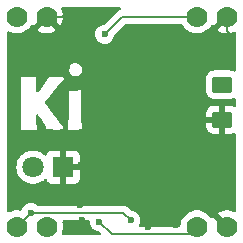
<source format=gbr>
%TF.GenerationSoftware,KiCad,Pcbnew,8.0.5*%
%TF.CreationDate,2024-09-21T22:48:15-06:00*%
%TF.ProjectId,KiCad_MiniBadge_Learning,4b694361-645f-44d6-996e-694261646765,rev?*%
%TF.SameCoordinates,Original*%
%TF.FileFunction,Copper,L1,Top*%
%TF.FilePolarity,Positive*%
%FSLAX46Y46*%
G04 Gerber Fmt 4.6, Leading zero omitted, Abs format (unit mm)*
G04 Created by KiCad (PCBNEW 8.0.5) date 2024-09-21 22:48:15*
%MOMM*%
%LPD*%
G01*
G04 APERTURE LIST*
G04 Aperture macros list*
%AMRoundRect*
0 Rectangle with rounded corners*
0 $1 Rounding radius*
0 $2 $3 $4 $5 $6 $7 $8 $9 X,Y pos of 4 corners*
0 Add a 4 corners polygon primitive as box body*
4,1,4,$2,$3,$4,$5,$6,$7,$8,$9,$2,$3,0*
0 Add four circle primitives for the rounded corners*
1,1,$1+$1,$2,$3*
1,1,$1+$1,$4,$5*
1,1,$1+$1,$6,$7*
1,1,$1+$1,$8,$9*
0 Add four rect primitives between the rounded corners*
20,1,$1+$1,$2,$3,$4,$5,0*
20,1,$1+$1,$4,$5,$6,$7,0*
20,1,$1+$1,$6,$7,$8,$9,0*
20,1,$1+$1,$8,$9,$2,$3,0*%
G04 Aperture macros list end*
%TA.AperFunction,ComponentPad*%
%ADD10C,1.778000*%
%TD*%
%TA.AperFunction,ComponentPad*%
%ADD11R,1.800000X1.800000*%
%TD*%
%TA.AperFunction,ComponentPad*%
%ADD12C,1.800000*%
%TD*%
%TA.AperFunction,SMDPad,CuDef*%
%ADD13RoundRect,0.250001X0.624999X-0.462499X0.624999X0.462499X-0.624999X0.462499X-0.624999X-0.462499X0*%
%TD*%
%TA.AperFunction,ViaPad*%
%ADD14C,0.600000*%
%TD*%
%TA.AperFunction,Conductor*%
%ADD15C,0.200000*%
%TD*%
G04 APERTURE END LIST*
D10*
%TO.P,U1,1,+VBATT*%
%TO.N,V_BATT*%
X140465000Y-88605000D03*
%TO.P,U1,2,GND*%
%TO.N,GND*%
X143005000Y-88605000D03*
%TO.P,U1,7,+3v3*%
%TO.N,+3.3V*%
X155705000Y-88605000D03*
%TO.P,U1,8,GND*%
%TO.N,GND*%
X158245000Y-88605000D03*
%TO.P,U1,9,CLK*%
%TO.N,CLK*%
X140465000Y-106385000D03*
%TO.P,U1,10,NC*%
%TO.N,unconnected-(U1-NC-Pad10)*%
X143005000Y-106385000D03*
%TO.P,U1,15,+3v3*%
%TO.N,+3.3V*%
X155705000Y-106385000D03*
%TO.P,U1,16,GND*%
%TO.N,GND*%
X158245000Y-106385000D03*
%TD*%
D11*
%TO.P,D2,1,K*%
%TO.N,GND*%
X144375001Y-101350001D03*
D12*
%TO.P,D2,2,A*%
%TO.N,Net-(D2-A)*%
X141834998Y-101350000D03*
%TD*%
D13*
%TO.P,D1,1,K*%
%TO.N,GND*%
X157849999Y-97337500D03*
%TO.P,D1,2,A*%
%TO.N,Net-(D1-A)*%
X157850001Y-94362500D03*
%TD*%
D14*
%TO.N,GND*%
X151550000Y-106400000D03*
X144900000Y-106650000D03*
X146450000Y-88850000D03*
X145900000Y-101200000D03*
X144700000Y-88150000D03*
X140750000Y-91400000D03*
X140700000Y-102850000D03*
X157300000Y-92150000D03*
X157100000Y-105200000D03*
X149700000Y-103100000D03*
X142850000Y-102900000D03*
X153950000Y-89700000D03*
X140700000Y-99900000D03*
X141800000Y-89650000D03*
X153900000Y-106250000D03*
X145800000Y-104550000D03*
X145950000Y-105800000D03*
X158750000Y-103600000D03*
X158700000Y-90300000D03*
X157050000Y-90100000D03*
X151450000Y-93950000D03*
%TO.N,Net-(D1-A)*%
X157900000Y-94550000D03*
%TO.N,CLK*%
X141650000Y-105200000D03*
X150100000Y-105850000D03*
%TO.N,+3.3V*%
X147900000Y-90100000D03*
X147450000Y-105950000D03*
%TD*%
D15*
%TO.N,GND*%
X143005000Y-88605000D02*
X144245000Y-88605000D01*
X158245000Y-88605000D02*
X158245000Y-89845000D01*
X158245000Y-89845000D02*
X158700000Y-90300000D01*
X144245000Y-88605000D02*
X144700000Y-88150000D01*
%TO.N,CLK*%
X141654000Y-105196000D02*
X141650000Y-105200000D01*
X149446000Y-105196000D02*
X141654000Y-105196000D01*
X141650000Y-105200000D02*
X140465000Y-106385000D01*
X150100000Y-105850000D02*
X149446000Y-105196000D01*
%TO.N,+3.3V*%
X149395000Y-88605000D02*
X155705000Y-88605000D01*
X155068704Y-107021296D02*
X155705000Y-106385000D01*
X147900000Y-90100000D02*
X149395000Y-88605000D01*
X148521296Y-107021296D02*
X155068704Y-107021296D01*
X147450000Y-105950000D02*
X148521296Y-107021296D01*
%TD*%
%TA.AperFunction,Conductor*%
%TO.N,GND*%
G36*
X146590013Y-105816185D02*
G01*
X146635768Y-105868989D01*
X146646194Y-105934383D01*
X146644435Y-105949995D01*
X146644435Y-105950003D01*
X146664630Y-106129249D01*
X146664631Y-106129254D01*
X146724211Y-106299523D01*
X146805149Y-106428334D01*
X146820184Y-106452262D01*
X146947738Y-106579816D01*
X147100478Y-106675789D01*
X147270745Y-106735368D01*
X147357669Y-106745161D01*
X147422080Y-106772226D01*
X147431465Y-106780700D01*
X147559710Y-106908945D01*
X147593195Y-106970268D01*
X147588211Y-107039960D01*
X147546339Y-107095893D01*
X147480875Y-107120310D01*
X147472009Y-107120626D01*
X144389614Y-107120130D01*
X144322578Y-107100435D01*
X144276831Y-107047623D01*
X144266899Y-106978463D01*
X144276075Y-106946327D01*
X144323717Y-106837716D01*
X144380246Y-106614488D01*
X144388697Y-106512493D01*
X144399262Y-106385005D01*
X144399262Y-106384994D01*
X144380246Y-106155515D01*
X144380246Y-106155512D01*
X144328441Y-105950938D01*
X144331066Y-105881120D01*
X144371022Y-105823803D01*
X144435624Y-105797186D01*
X144448647Y-105796500D01*
X146522974Y-105796500D01*
X146590013Y-105816185D01*
G37*
%TD.AperFunction*%
%TA.AperFunction,Conductor*%
G36*
X149168330Y-87791688D02*
G01*
X149235363Y-87811392D01*
X149281102Y-87864209D01*
X149291026Y-87933371D01*
X149261982Y-87996918D01*
X149203193Y-88034675D01*
X149200423Y-88035453D01*
X149163215Y-88045423D01*
X149163214Y-88045423D01*
X149163212Y-88045424D01*
X149121797Y-88069336D01*
X149121796Y-88069336D01*
X149026287Y-88124477D01*
X149026282Y-88124481D01*
X148914478Y-88236286D01*
X147881465Y-89269298D01*
X147820142Y-89302783D01*
X147807668Y-89304837D01*
X147720750Y-89314630D01*
X147550478Y-89374210D01*
X147397737Y-89470184D01*
X147270184Y-89597737D01*
X147174211Y-89750476D01*
X147114631Y-89920745D01*
X147114630Y-89920750D01*
X147094435Y-90099996D01*
X147094435Y-90100003D01*
X147114630Y-90279249D01*
X147114631Y-90279254D01*
X147174211Y-90449523D01*
X147270184Y-90602262D01*
X147397738Y-90729816D01*
X147550478Y-90825789D01*
X147720745Y-90885368D01*
X147720750Y-90885369D01*
X147899996Y-90905565D01*
X147900000Y-90905565D01*
X147900004Y-90905565D01*
X148079249Y-90885369D01*
X148079252Y-90885368D01*
X148079255Y-90885368D01*
X148249522Y-90825789D01*
X148402262Y-90729816D01*
X148529816Y-90602262D01*
X148625789Y-90449522D01*
X148685368Y-90279255D01*
X148695161Y-90192329D01*
X148722226Y-90127918D01*
X148730690Y-90118543D01*
X149607416Y-89241819D01*
X149668739Y-89208334D01*
X149695097Y-89205500D01*
X154370749Y-89205500D01*
X154437788Y-89225185D01*
X154474794Y-89265075D01*
X154475978Y-89264302D01*
X154604728Y-89461370D01*
X154604731Y-89461373D01*
X154760692Y-89630792D01*
X154874139Y-89719091D01*
X154941868Y-89771807D01*
X154942411Y-89772229D01*
X155144931Y-89881828D01*
X155258025Y-89920653D01*
X155362725Y-89956597D01*
X155362727Y-89956597D01*
X155362729Y-89956598D01*
X155589863Y-89994500D01*
X155589864Y-89994500D01*
X155820136Y-89994500D01*
X155820137Y-89994500D01*
X156047271Y-89956598D01*
X156048693Y-89956110D01*
X156057950Y-89952932D01*
X156265069Y-89881828D01*
X156467589Y-89772229D01*
X156649308Y-89630792D01*
X156805269Y-89461373D01*
X156871490Y-89360013D01*
X156924636Y-89314657D01*
X156993868Y-89305233D01*
X157057203Y-89334735D01*
X157079108Y-89360013D01*
X157101760Y-89394684D01*
X157755504Y-88740940D01*
X157771619Y-88801081D01*
X157838498Y-88916920D01*
X157933080Y-89011502D01*
X158048919Y-89078381D01*
X158109057Y-89094494D01*
X157454040Y-89749512D01*
X157454040Y-89749514D01*
X157482677Y-89771803D01*
X157482683Y-89771807D01*
X157685131Y-89881367D01*
X157685140Y-89881370D01*
X157902849Y-89956110D01*
X158129905Y-89994000D01*
X158360095Y-89994000D01*
X158587150Y-89956110D01*
X158804859Y-89881370D01*
X158804875Y-89881363D01*
X158826527Y-89869646D01*
X158894855Y-89855049D01*
X158960227Y-89879710D01*
X159001890Y-89935799D01*
X159009547Y-89978541D01*
X159013550Y-93128067D01*
X158993951Y-93195132D01*
X158941205Y-93240954D01*
X158872059Y-93250985D01*
X158824453Y-93233763D01*
X158794335Y-93215186D01*
X158627798Y-93160001D01*
X158627796Y-93160000D01*
X158525016Y-93149500D01*
X158525009Y-93149500D01*
X157174993Y-93149500D01*
X157174985Y-93149500D01*
X157072205Y-93160000D01*
X157072204Y-93160001D01*
X156905665Y-93215186D01*
X156905663Y-93215187D01*
X156756349Y-93307286D01*
X156756345Y-93307289D01*
X156632290Y-93431344D01*
X156632287Y-93431348D01*
X156540188Y-93580662D01*
X156540187Y-93580664D01*
X156485002Y-93747203D01*
X156485001Y-93747204D01*
X156474501Y-93849984D01*
X156474501Y-94875015D01*
X156485001Y-94977795D01*
X156485002Y-94977797D01*
X156492453Y-95000282D01*
X156540187Y-95144335D01*
X156540188Y-95144337D01*
X156632287Y-95293651D01*
X156632290Y-95293655D01*
X156756345Y-95417710D01*
X156756349Y-95417713D01*
X156905663Y-95509812D01*
X156905665Y-95509813D01*
X156905667Y-95509814D01*
X157072204Y-95564999D01*
X157174993Y-95575500D01*
X157174998Y-95575500D01*
X158525004Y-95575500D01*
X158525009Y-95575500D01*
X158627798Y-95564999D01*
X158794335Y-95509814D01*
X158827589Y-95489302D01*
X158894979Y-95470862D01*
X158961642Y-95491783D01*
X159006413Y-95545425D01*
X159016685Y-95594684D01*
X159017334Y-96105990D01*
X158997734Y-96173054D01*
X158944989Y-96218876D01*
X158875843Y-96228907D01*
X158828237Y-96211686D01*
X158794122Y-96190643D01*
X158794117Y-96190641D01*
X158627695Y-96135494D01*
X158627688Y-96135493D01*
X158524984Y-96125000D01*
X158099999Y-96125000D01*
X158099999Y-98550000D01*
X158524972Y-98550000D01*
X158524984Y-98549999D01*
X158627688Y-98539506D01*
X158627695Y-98539505D01*
X158794117Y-98484358D01*
X158794128Y-98484353D01*
X158831364Y-98461386D01*
X158898756Y-98442945D01*
X158965420Y-98463867D01*
X159010189Y-98517509D01*
X159020461Y-98566766D01*
X159028663Y-105021487D01*
X159009064Y-105088552D01*
X158956318Y-105134374D01*
X158887172Y-105144405D01*
X158845646Y-105130700D01*
X158804873Y-105108635D01*
X158804859Y-105108629D01*
X158587150Y-105033889D01*
X158360095Y-104996000D01*
X158129905Y-104996000D01*
X157902849Y-105033889D01*
X157685140Y-105108629D01*
X157685132Y-105108632D01*
X157482681Y-105218194D01*
X157454040Y-105240485D01*
X157454040Y-105240487D01*
X158109057Y-105895504D01*
X158048919Y-105911619D01*
X157933080Y-105978498D01*
X157838498Y-106073080D01*
X157771619Y-106188919D01*
X157755504Y-106249058D01*
X157101760Y-105595314D01*
X157079108Y-105629986D01*
X157025961Y-105675342D01*
X156956730Y-105684766D01*
X156893394Y-105655264D01*
X156871490Y-105629986D01*
X156805269Y-105528627D01*
X156649308Y-105359208D01*
X156496775Y-105240487D01*
X156467591Y-105217772D01*
X156265069Y-105108172D01*
X156265061Y-105108169D01*
X156047274Y-105033402D01*
X155847020Y-104999986D01*
X155820137Y-104995500D01*
X155589863Y-104995500D01*
X155562980Y-104999986D01*
X155362725Y-105033402D01*
X155144938Y-105108169D01*
X155144930Y-105108172D01*
X154942408Y-105217772D01*
X154760694Y-105359206D01*
X154760689Y-105359211D01*
X154604728Y-105528629D01*
X154478782Y-105721405D01*
X154386282Y-105932285D01*
X154329753Y-106155515D01*
X154317198Y-106307036D01*
X154292045Y-106372221D01*
X154235643Y-106413459D01*
X154193622Y-106420796D01*
X150911115Y-106420796D01*
X150844076Y-106401111D01*
X150798321Y-106348307D01*
X150788377Y-106279149D01*
X150806121Y-106230824D01*
X150825788Y-106199523D01*
X150825789Y-106199522D01*
X150885368Y-106029255D01*
X150885369Y-106029249D01*
X150905565Y-105850003D01*
X150905565Y-105849996D01*
X150885369Y-105670750D01*
X150885368Y-105670745D01*
X150871106Y-105629986D01*
X150825789Y-105500478D01*
X150729816Y-105347738D01*
X150602262Y-105220184D01*
X150481661Y-105144405D01*
X150449521Y-105124210D01*
X150279249Y-105064630D01*
X150192330Y-105054837D01*
X150127916Y-105027770D01*
X150118533Y-105019298D01*
X149933590Y-104834355D01*
X149933588Y-104834352D01*
X149814717Y-104715481D01*
X149814716Y-104715480D01*
X149719863Y-104660717D01*
X149719862Y-104660716D01*
X149677790Y-104636425D01*
X149677787Y-104636423D01*
X149616693Y-104620053D01*
X149525057Y-104595499D01*
X149366943Y-104595499D01*
X149359347Y-104595499D01*
X149359331Y-104595500D01*
X142227396Y-104595500D01*
X142160357Y-104575815D01*
X142154229Y-104571420D01*
X141999523Y-104474211D01*
X141829254Y-104414631D01*
X141829249Y-104414630D01*
X141650004Y-104394435D01*
X141649996Y-104394435D01*
X141470750Y-104414630D01*
X141470745Y-104414631D01*
X141300476Y-104474211D01*
X141147737Y-104570184D01*
X141020184Y-104697737D01*
X140924209Y-104850480D01*
X140891761Y-104943210D01*
X140851039Y-104999986D01*
X140786086Y-105025733D01*
X140754311Y-105024564D01*
X140580137Y-104995500D01*
X140349863Y-104995500D01*
X140322980Y-104999986D01*
X140122725Y-105033402D01*
X139904938Y-105108169D01*
X139904924Y-105108175D01*
X139811119Y-105158940D01*
X139742791Y-105173535D01*
X139677419Y-105148872D01*
X139635758Y-105092781D01*
X139628102Y-105049687D01*
X139628128Y-105033889D01*
X139633997Y-101349993D01*
X140429698Y-101349993D01*
X140429698Y-101350006D01*
X140448862Y-101581297D01*
X140448864Y-101581308D01*
X140505840Y-101806300D01*
X140599073Y-102018848D01*
X140726014Y-102213147D01*
X140726017Y-102213151D01*
X140726019Y-102213153D01*
X140883214Y-102383913D01*
X140883217Y-102383915D01*
X140883220Y-102383918D01*
X141066363Y-102526464D01*
X141066369Y-102526468D01*
X141066372Y-102526470D01*
X141270495Y-102636936D01*
X141384485Y-102676068D01*
X141490013Y-102712297D01*
X141490015Y-102712297D01*
X141490017Y-102712298D01*
X141718949Y-102750500D01*
X141718950Y-102750500D01*
X141951046Y-102750500D01*
X141951047Y-102750500D01*
X142179979Y-102712298D01*
X142399501Y-102636936D01*
X142603624Y-102526470D01*
X142647791Y-102492094D01*
X142746741Y-102415078D01*
X142786782Y-102383913D01*
X142795512Y-102374428D01*
X142855395Y-102338439D01*
X142925233Y-102340536D01*
X142982851Y-102380059D01*
X143002924Y-102415078D01*
X143031646Y-102492087D01*
X143031650Y-102492094D01*
X143117810Y-102607188D01*
X143117813Y-102607191D01*
X143232907Y-102693351D01*
X143232914Y-102693355D01*
X143367621Y-102743597D01*
X143367628Y-102743599D01*
X143427156Y-102750000D01*
X143427173Y-102750001D01*
X144125001Y-102750001D01*
X144125001Y-101725278D01*
X144201307Y-101769334D01*
X144315757Y-101800001D01*
X144434245Y-101800001D01*
X144548695Y-101769334D01*
X144625001Y-101725278D01*
X144625001Y-102750001D01*
X145322829Y-102750001D01*
X145322845Y-102750000D01*
X145382373Y-102743599D01*
X145382380Y-102743597D01*
X145517087Y-102693355D01*
X145517094Y-102693351D01*
X145632188Y-102607191D01*
X145632191Y-102607188D01*
X145718351Y-102492094D01*
X145718355Y-102492087D01*
X145768597Y-102357380D01*
X145768599Y-102357373D01*
X145775000Y-102297845D01*
X145775001Y-102297828D01*
X145775001Y-101600001D01*
X144750279Y-101600001D01*
X144794334Y-101523695D01*
X144825001Y-101409245D01*
X144825001Y-101290757D01*
X144794334Y-101176307D01*
X144750279Y-101100001D01*
X145775001Y-101100001D01*
X145775001Y-100402173D01*
X145775000Y-100402156D01*
X145768599Y-100342628D01*
X145768597Y-100342621D01*
X145718355Y-100207914D01*
X145718351Y-100207907D01*
X145632191Y-100092813D01*
X145632188Y-100092810D01*
X145517094Y-100006650D01*
X145517087Y-100006646D01*
X145382380Y-99956404D01*
X145382373Y-99956402D01*
X145322845Y-99950001D01*
X144625001Y-99950001D01*
X144625001Y-100974723D01*
X144548695Y-100930668D01*
X144434245Y-100900001D01*
X144315757Y-100900001D01*
X144201307Y-100930668D01*
X144125001Y-100974723D01*
X144125001Y-99950001D01*
X143427156Y-99950001D01*
X143367628Y-99956402D01*
X143367621Y-99956404D01*
X143232914Y-100006646D01*
X143232907Y-100006650D01*
X143117813Y-100092810D01*
X143117810Y-100092813D01*
X143031650Y-100207907D01*
X143031644Y-100207918D01*
X143002923Y-100284922D01*
X142961052Y-100340856D01*
X142895587Y-100365272D01*
X142827314Y-100350420D01*
X142795514Y-100325572D01*
X142786782Y-100316087D01*
X142786781Y-100316086D01*
X142786779Y-100316084D01*
X142786775Y-100316081D01*
X142603632Y-100173535D01*
X142603626Y-100173531D01*
X142399502Y-100063064D01*
X142399493Y-100063061D01*
X142179982Y-99987702D01*
X141992408Y-99956402D01*
X141951047Y-99949500D01*
X141718949Y-99949500D01*
X141677588Y-99956402D01*
X141490013Y-99987702D01*
X141270502Y-100063061D01*
X141270493Y-100063064D01*
X141066369Y-100173531D01*
X141066363Y-100173535D01*
X140883220Y-100316081D01*
X140883217Y-100316084D01*
X140883214Y-100316086D01*
X140883214Y-100316087D01*
X140851608Y-100350420D01*
X140726014Y-100486852D01*
X140599073Y-100681151D01*
X140505840Y-100893699D01*
X140448864Y-101118691D01*
X140448862Y-101118702D01*
X140429698Y-101349993D01*
X139633997Y-101349993D01*
X139646223Y-93675618D01*
X140845454Y-93675618D01*
X140845454Y-95920539D01*
X140845454Y-98165460D01*
X141486869Y-98165792D01*
X142128283Y-98166124D01*
X142128262Y-98165697D01*
X144822221Y-98165697D01*
X144822222Y-98165698D01*
X145445372Y-98165678D01*
X145503012Y-98165481D01*
X145513572Y-98165445D01*
X145853307Y-98147028D01*
X145995379Y-98085751D01*
X145990492Y-97962741D01*
X145971934Y-97849985D01*
X156474999Y-97849985D01*
X156485492Y-97952689D01*
X156485493Y-97952696D01*
X156540640Y-98119118D01*
X156540642Y-98119123D01*
X156632683Y-98268344D01*
X156756654Y-98392315D01*
X156905875Y-98484356D01*
X156905880Y-98484358D01*
X157072302Y-98539505D01*
X157072309Y-98539506D01*
X157175013Y-98549999D01*
X157175026Y-98550000D01*
X157599999Y-98550000D01*
X157599999Y-97587500D01*
X156474999Y-97587500D01*
X156474999Y-97849985D01*
X145971934Y-97849985D01*
X145963926Y-97801333D01*
X145962575Y-97789735D01*
X145937024Y-97418150D01*
X145936804Y-97413848D01*
X145919203Y-96894614D01*
X145919142Y-96891845D01*
X145918421Y-96825014D01*
X156474999Y-96825014D01*
X156474999Y-97087500D01*
X157599999Y-97087500D01*
X157599999Y-96125000D01*
X157175013Y-96125000D01*
X157072309Y-96135493D01*
X157072302Y-96135494D01*
X156905880Y-96190641D01*
X156905875Y-96190643D01*
X156756654Y-96282684D01*
X156632683Y-96406655D01*
X156540642Y-96555876D01*
X156540640Y-96555881D01*
X156485493Y-96722303D01*
X156485492Y-96722310D01*
X156474999Y-96825014D01*
X145918421Y-96825014D01*
X145912633Y-96288337D01*
X145912626Y-96287000D01*
X145912626Y-94815551D01*
X145390710Y-94854998D01*
X144868794Y-94894444D01*
X144868792Y-94894445D01*
X144845508Y-96530072D01*
X144822221Y-98165697D01*
X142128262Y-98165697D01*
X142088285Y-97364123D01*
X142069129Y-96980029D01*
X142085450Y-96912095D01*
X142135909Y-96863767D01*
X142204486Y-96850390D01*
X142269409Y-96876214D01*
X142293459Y-96901199D01*
X142504154Y-97192594D01*
X142506199Y-97195509D01*
X142704624Y-97487220D01*
X142709259Y-97494576D01*
X142885899Y-97798004D01*
X142894804Y-97816753D01*
X142962123Y-97995818D01*
X143025254Y-98086775D01*
X143087852Y-98101860D01*
X143275646Y-98147116D01*
X143747526Y-98165657D01*
X143893203Y-98164802D01*
X143900029Y-98164762D01*
X144265388Y-98145865D01*
X144265391Y-98145864D01*
X144265396Y-98145864D01*
X144422222Y-98095670D01*
X144407012Y-98005303D01*
X144354399Y-97936296D01*
X144353647Y-97935298D01*
X144161465Y-97677530D01*
X144161145Y-97677099D01*
X144026289Y-97494576D01*
X143879615Y-97296058D01*
X143549528Y-96846852D01*
X142873957Y-95925150D01*
X142850203Y-95859443D01*
X142865743Y-95791324D01*
X142876940Y-95774637D01*
X143059330Y-95545425D01*
X143463035Y-95038081D01*
X143533107Y-94950503D01*
X143534015Y-94949384D01*
X143858102Y-94556109D01*
X143860212Y-94553620D01*
X144131640Y-94241738D01*
X144136472Y-94236498D01*
X144303956Y-94065033D01*
X144305632Y-94063350D01*
X144444659Y-93926568D01*
X144472543Y-93781322D01*
X144472541Y-93781321D01*
X144270671Y-93703031D01*
X144270670Y-93703030D01*
X143828052Y-93682894D01*
X143828051Y-93682893D01*
X143828030Y-93682893D01*
X143828023Y-93682893D01*
X143828021Y-93682893D01*
X143221893Y-93689314D01*
X143154545Y-93690028D01*
X143154544Y-93690028D01*
X143154544Y-93690029D01*
X142641414Y-94484660D01*
X142337924Y-94954643D01*
X142285020Y-95000282D01*
X142215840Y-95010075D01*
X142152348Y-94980912D01*
X142114702Y-94922051D01*
X142109895Y-94893276D01*
X142090091Y-94477526D01*
X142078731Y-94239050D01*
X142051899Y-93675758D01*
X141448677Y-93675688D01*
X140845454Y-93675617D01*
X140845454Y-93675618D01*
X139646223Y-93675618D01*
X139646938Y-93226887D01*
X144901342Y-93226887D01*
X145040303Y-93521819D01*
X145228284Y-93646442D01*
X145460652Y-93660694D01*
X145538108Y-93665445D01*
X145538108Y-93665444D01*
X145538109Y-93665445D01*
X145812324Y-93516820D01*
X145981280Y-93246773D01*
X145975324Y-92901514D01*
X145934983Y-92815847D01*
X145692786Y-92617901D01*
X145367051Y-92551811D01*
X145367050Y-92551811D01*
X145077122Y-92650877D01*
X144928137Y-92881476D01*
X144928137Y-92881478D01*
X144901342Y-93226887D01*
X139646938Y-93226887D01*
X139652154Y-89952931D01*
X139671946Y-89885924D01*
X139724822Y-89840254D01*
X139793997Y-89830420D01*
X139835169Y-89844074D01*
X139904931Y-89881828D01*
X140018025Y-89920653D01*
X140122725Y-89956597D01*
X140122727Y-89956597D01*
X140122729Y-89956598D01*
X140349863Y-89994500D01*
X140349864Y-89994500D01*
X140580136Y-89994500D01*
X140580137Y-89994500D01*
X140807271Y-89956598D01*
X140808693Y-89956110D01*
X140817950Y-89952932D01*
X141025069Y-89881828D01*
X141227589Y-89772229D01*
X141409308Y-89630792D01*
X141565269Y-89461373D01*
X141631490Y-89360013D01*
X141684636Y-89314657D01*
X141753868Y-89305233D01*
X141817203Y-89334735D01*
X141839108Y-89360013D01*
X141861760Y-89394684D01*
X142515504Y-88740940D01*
X142531619Y-88801081D01*
X142598498Y-88916920D01*
X142693080Y-89011502D01*
X142808919Y-89078381D01*
X142869057Y-89094495D01*
X142214040Y-89749512D01*
X142214040Y-89749514D01*
X142242677Y-89771803D01*
X142242683Y-89771807D01*
X142445131Y-89881367D01*
X142445140Y-89881370D01*
X142662849Y-89956110D01*
X142889905Y-89994000D01*
X143120095Y-89994000D01*
X143347150Y-89956110D01*
X143564859Y-89881370D01*
X143564868Y-89881367D01*
X143767315Y-89771807D01*
X143767316Y-89771806D01*
X143795958Y-89749513D01*
X143795959Y-89749511D01*
X143140942Y-89094494D01*
X143201081Y-89078381D01*
X143316920Y-89011502D01*
X143411502Y-88916920D01*
X143478381Y-88801081D01*
X143494495Y-88740942D01*
X144148238Y-89394685D01*
X144230772Y-89268359D01*
X144230777Y-89268351D01*
X144323242Y-89057553D01*
X144379750Y-88834408D01*
X144379752Y-88834396D01*
X144398760Y-88605005D01*
X144398760Y-88604994D01*
X144379752Y-88375603D01*
X144379750Y-88375591D01*
X144323242Y-88152446D01*
X144240627Y-87964104D01*
X144231724Y-87894804D01*
X144261701Y-87831692D01*
X144321040Y-87794805D01*
X144354213Y-87790294D01*
X149168330Y-87791688D01*
G37*
%TD.AperFunction*%
%TD*%
M02*

</source>
